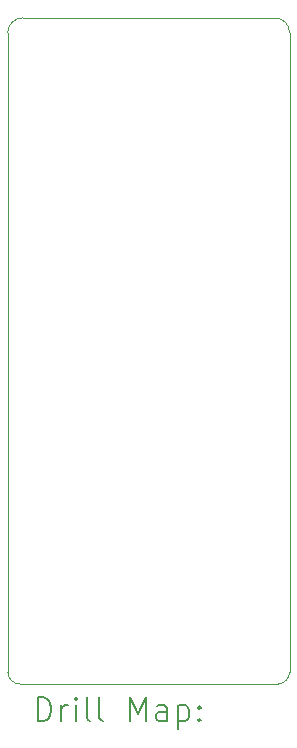
<source format=gbr>
%FSLAX45Y45*%
G04 Gerber Fmt 4.5, Leading zero omitted, Abs format (unit mm)*
G04 Created by KiCad (PCBNEW (6.0.4-0)) date 2022-11-11 17:00:13*
%MOMM*%
%LPD*%
G01*
G04 APERTURE LIST*
%TA.AperFunction,Profile*%
%ADD10C,0.100000*%
%TD*%
%ADD11C,0.200000*%
G04 APERTURE END LIST*
D10*
X16687800Y-11379200D02*
X16687800Y-5969000D01*
X16560800Y-5842000D02*
X14427200Y-5842000D01*
X14401800Y-11480800D02*
X16586200Y-11480800D01*
X14300200Y-11379200D02*
G75*
G03*
X14401800Y-11480800I101600J0D01*
G01*
X16586200Y-11480800D02*
G75*
G03*
X16687800Y-11379200I0J101600D01*
G01*
X16687800Y-5969000D02*
G75*
G03*
X16560800Y-5842000I-127000J0D01*
G01*
X14427200Y-5842000D02*
G75*
G03*
X14300200Y-5969000I0J-127000D01*
G01*
X14300200Y-5969000D02*
X14300200Y-11379200D01*
D11*
X14552819Y-11796276D02*
X14552819Y-11596276D01*
X14600438Y-11596276D01*
X14629009Y-11605800D01*
X14648057Y-11624848D01*
X14657581Y-11643895D01*
X14667105Y-11681990D01*
X14667105Y-11710562D01*
X14657581Y-11748657D01*
X14648057Y-11767705D01*
X14629009Y-11786752D01*
X14600438Y-11796276D01*
X14552819Y-11796276D01*
X14752819Y-11796276D02*
X14752819Y-11662943D01*
X14752819Y-11701038D02*
X14762343Y-11681990D01*
X14771867Y-11672467D01*
X14790914Y-11662943D01*
X14809962Y-11662943D01*
X14876628Y-11796276D02*
X14876628Y-11662943D01*
X14876628Y-11596276D02*
X14867105Y-11605800D01*
X14876628Y-11615324D01*
X14886152Y-11605800D01*
X14876628Y-11596276D01*
X14876628Y-11615324D01*
X15000438Y-11796276D02*
X14981390Y-11786752D01*
X14971867Y-11767705D01*
X14971867Y-11596276D01*
X15105200Y-11796276D02*
X15086152Y-11786752D01*
X15076628Y-11767705D01*
X15076628Y-11596276D01*
X15333771Y-11796276D02*
X15333771Y-11596276D01*
X15400438Y-11739133D01*
X15467105Y-11596276D01*
X15467105Y-11796276D01*
X15648057Y-11796276D02*
X15648057Y-11691514D01*
X15638533Y-11672467D01*
X15619486Y-11662943D01*
X15581390Y-11662943D01*
X15562343Y-11672467D01*
X15648057Y-11786752D02*
X15629009Y-11796276D01*
X15581390Y-11796276D01*
X15562343Y-11786752D01*
X15552819Y-11767705D01*
X15552819Y-11748657D01*
X15562343Y-11729609D01*
X15581390Y-11720086D01*
X15629009Y-11720086D01*
X15648057Y-11710562D01*
X15743295Y-11662943D02*
X15743295Y-11862943D01*
X15743295Y-11672467D02*
X15762343Y-11662943D01*
X15800438Y-11662943D01*
X15819486Y-11672467D01*
X15829009Y-11681990D01*
X15838533Y-11701038D01*
X15838533Y-11758181D01*
X15829009Y-11777228D01*
X15819486Y-11786752D01*
X15800438Y-11796276D01*
X15762343Y-11796276D01*
X15743295Y-11786752D01*
X15924248Y-11777228D02*
X15933771Y-11786752D01*
X15924248Y-11796276D01*
X15914724Y-11786752D01*
X15924248Y-11777228D01*
X15924248Y-11796276D01*
X15924248Y-11672467D02*
X15933771Y-11681990D01*
X15924248Y-11691514D01*
X15914724Y-11681990D01*
X15924248Y-11672467D01*
X15924248Y-11691514D01*
M02*

</source>
